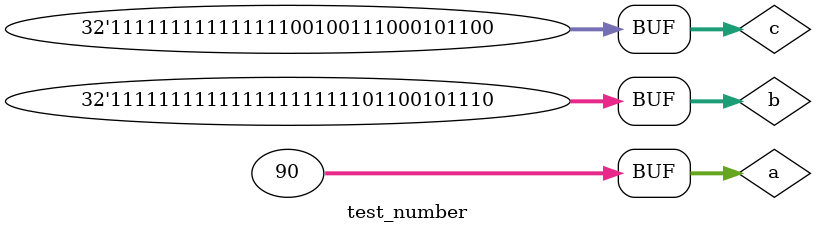
<source format=v>


module test_number;
  reg [31:0] a;
  reg signed [31:0] b;
  wire signed [31:0] c;
  assign c = a * b; // n.b., c will be unsigned
                    // unless *both* a, b signed
  initial begin
    a = 8'h5A; // = 8'b01011010
    b = -1234; // decimal format
  end
endmodule

</source>
